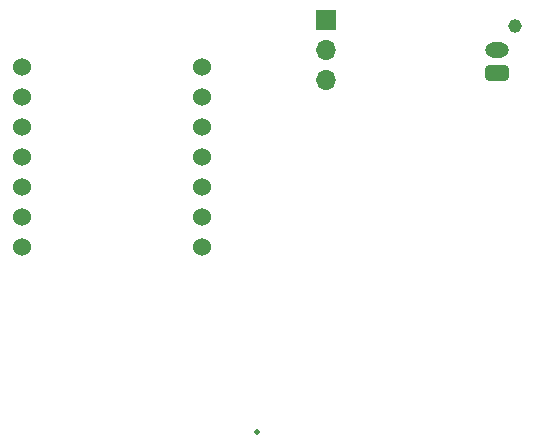
<source format=gbr>
%TF.GenerationSoftware,KiCad,Pcbnew,8.0.8*%
%TF.CreationDate,2025-02-16T12:10:03-08:00*%
%TF.ProjectId,514_pcb,3531345f-7063-4622-9e6b-696361645f70,rev?*%
%TF.SameCoordinates,Original*%
%TF.FileFunction,Soldermask,Bot*%
%TF.FilePolarity,Negative*%
%FSLAX46Y46*%
G04 Gerber Fmt 4.6, Leading zero omitted, Abs format (unit mm)*
G04 Created by KiCad (PCBNEW 8.0.8) date 2025-02-16 12:10:03*
%MOMM*%
%LPD*%
G01*
G04 APERTURE LIST*
G04 Aperture macros list*
%AMRoundRect*
0 Rectangle with rounded corners*
0 $1 Rounding radius*
0 $2 $3 $4 $5 $6 $7 $8 $9 X,Y pos of 4 corners*
0 Add a 4 corners polygon primitive as box body*
4,1,4,$2,$3,$4,$5,$6,$7,$8,$9,$2,$3,0*
0 Add four circle primitives for the rounded corners*
1,1,$1+$1,$2,$3*
1,1,$1+$1,$4,$5*
1,1,$1+$1,$6,$7*
1,1,$1+$1,$8,$9*
0 Add four rect primitives between the rounded corners*
20,1,$1+$1,$2,$3,$4,$5,0*
20,1,$1+$1,$4,$5,$6,$7,0*
20,1,$1+$1,$6,$7,$8,$9,0*
20,1,$1+$1,$8,$9,$2,$3,0*%
G04 Aperture macros list end*
%ADD10C,1.524000*%
%ADD11R,1.700000X1.700000*%
%ADD12O,1.700000X1.700000*%
%ADD13C,0.500000*%
%ADD14C,1.150000*%
%ADD15RoundRect,0.250000X0.750000X0.400000X-0.750000X0.400000X-0.750000X-0.400000X0.750000X-0.400000X0*%
%ADD16O,2.000000X1.300000*%
G04 APERTURE END LIST*
D10*
%TO.C,U1*%
X89260000Y-75960000D03*
X89260000Y-78500000D03*
X89260000Y-81040000D03*
X89260000Y-83580000D03*
X89260000Y-86120000D03*
X89260000Y-88660000D03*
X89260000Y-91200000D03*
X104500000Y-91200000D03*
X104500000Y-88660000D03*
X104500000Y-86120000D03*
X104500000Y-83580000D03*
X104500000Y-81040000D03*
X104500000Y-78500000D03*
X104500000Y-75960000D03*
%TD*%
D11*
%TO.C,SW1*%
X115000000Y-72000000D03*
D12*
X115000000Y-74540000D03*
X115000000Y-77080000D03*
%TD*%
D13*
%TO.C,MK1*%
X109168000Y-106900000D03*
%TD*%
D14*
%TO.C,BT1*%
X131000000Y-72450000D03*
D15*
X129500000Y-76500000D03*
D16*
X129500000Y-74500000D03*
%TD*%
M02*

</source>
